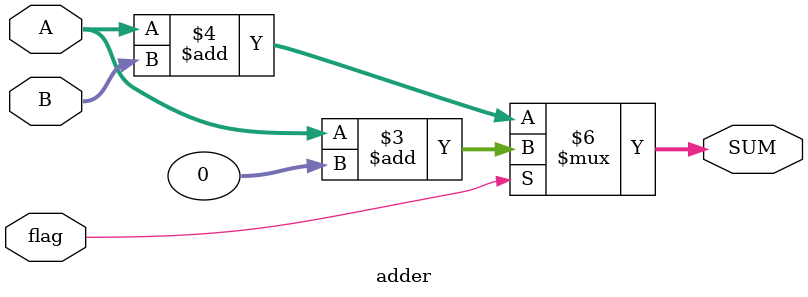
<source format=v>
`timescale 100fs/100fs

module cpu(clk, RESET);
    input clk, RESET;
    // parameter declaration
    parameter add_op = 4'b0010;
    parameter FOUR = 'b0100;
    parameter HIGH = 1'b1; parameter LOW= 1'b0;

    /* ----------IF stage---------- */
    // Wires needed in IF stage
    // inst: instruction obtained from the memory
    wire [31:0] inst, PCF, PC, PCPlus4F, PCBranchM, InstrD, PCPlus4D;
    wire [31:0] PCPlus4_delay;
    wire PCSrcM, flagF; // A control signal
    assign PCSrcM = 1'b0;
    // PC buffer
    PC_buff PB (.clk(clk),.PC_in(PC),.PC_out(PCF),.flagF(flagF));
    // Instruction fetch
    InstructionRAM IMEM(.CLOCK(clk),.RESET(RESET),.ENABLE(HIGH),.DATA(inst),.FETCH_ADDRESS(PCF>>>2));

    adder ad(.A(PCF), .B(FOUR), .SUM(PCPlus4F),.flag(flagF));
    MUX_2to1_32bits mux1(.A(PCPlus4F),.B(PCBranchM),.out(PC),.sel(PCSrcM));   
    
    regBuff_IF_ID b1(.clk(clk),.inst_in(inst),.inst_out(InstrD),
                .addr_in(PCPlus4_delay),.addr_out(PCPlus4D));
    // This buffer is used to stall for synchronizng data
    branchBuff b11(.clk(clk),.branch_in(PCPlus4F),.branch_out(PCPlus4_delay));

    /* ----------ID stage---------- */
    wire [31:0] RD1D, RD2D, SignImmD;
    wire [9:0] controlD;
    wire [4:0] signalD;
    wire [4:0] WriteRegW; // From WB
    wire [31:0] ResultW; // From WB
    
    /*
    control_in [9] RegWrite
    control_in [8] MemtoReg
    control_in [7] MemWrite
    control_in [6] Branch
    control_in [5] ALUSrc
    control_in [4] RegDst
    control_in [3:0] ALUControl
    */
    
    ControlUnit CU(.opcode(InstrD[31:26]), .funct(InstrD[5:0]), .control(controlD),
            .signal(signalD));
    
    /*
    signal[4] -> unsign
    signal[3] -> isxor
    signal[2] -> isless
    signal[1] -> shift
    signal[0] -> arithm
    */

    RegFile RF(.clk(clk), .WE3(controlW[1]), .A1(InstrD[25:21]), .A2(InstrD[20:16]),
            .A3(WriteRegW), .WD3(ResultW), .RD1(RD1D), .RD2(RD2D));

    bit_ext be(.unextend(InstrD[15:0]),.extended(SignImmD),.sign(HIGH));

    // Wires for EX stage
    //wire RegWriteE, MemtoRegE, MemWriteE, BranchE, ALUSrcE, RegDstE;
    wire [31:0] SrcAE, WriteDataE, SignImmE, PCPlus4E;
    wire [4:0] RtE, RdE, signalE, shamtE;

    wire [9:0] control_delay, controlE;
    wire [4:0] Rt_delay, Rd_delay, signal_delay, shamt_delay;
    wire [31:0] SignImm_delay, PCPlus4_delay2;

    EXBuff b22(
            //Input part
            .clk(clk), .control_in(controlD),.SignImm_in(SignImmD),
            .PCPlus4_in(PCPlus4D), .Rt_in(InstrD[20:16]), .Rd_in(InstrD[15:11]),
            .signal_in(signalD), .shamt_in(InstrD[10:6]),
            //Output part
            .control_out(control_delay),.Rt_out(Rt_delay), .Rd_out(Rd_delay),
            .PCPlus4_out(PCPlus4_delay2),.SignImm_out(SignImm_delay),
            .signal_out(signal_delay),.shamt_out(shamt_delay));

    // Register buffer, massive, isn't it?
    regBuff_ID_EX b2(
            //Input part
            .clk(clk), .control_in(control_delay),.SignImm_in(SignImm_delay),
            .PCPlus4_in(PCPlus4_delay2), .Rt_in(Rt_delay), .Rd_in(Rd_delay),
            .RD1_in(RD1D), .RD2_in(RD2D), .signal_in(signal_delay), .shamt_in(shamt_delay),
            //Output part
            .control_out(controlE), .Rt_out(RtE), .Rd_out(RdE), .SignImm_out(SignImmE),
            .PCPlus4_out(PCPlus4E),.RD1_out(SrcAE), .RD2_out(WriteDataE), 
            .signal_out(signalE), .shamt_out(shamtE)); 

    /* ----------EX stage---------- */
    // Wires needed in this stage
    wire [31:0] ALUOutE, PCBranchE, SrcBE;
    wire ZeroE;
    wire [4:0] WriteRegE;
    reg [31:0] shift_result, xor_result;

    // Operation code for some instruction
    parameter xor_op = 4'b1000;
    parameter sll_op = 4'b0011;
    parameter sllv_op = 4'b1001;
    parameter srl_op = 4'b0100;
    parameter srlv_op = 4'b1010;
    parameter sra_op = 4'b0101;
    parameter srav_op = 4'b1011;
    parameter xori_op = 4'b1101;

    /*
    control_in [9] RegWrite
    control_in [8] MemtoReg
    control_in [7] MemWrite
    control_in [6] Branch
    control_in [5] ALUSrc
    control_in [4] RegDst
    control_in [3:0] ALUControl
    */

    MUX_2to1_32bits mux2(.A(WriteDataE),.B(SignImmE),.out(SrcBE),.sel(controlE[5]));  
    MUX_2to1_5bits mux3(.A(RtE),.B(RdE),.out(WriteRegE),.sel(controlE[4])); 
    
    ALU_32bits alu3(.ALU_op(add_op),.regA(SignImmE<<2),.regB(PCPlus4E),
                .unsign(HIGH),.isless(LOW),.Result(PCBranchE));
    
    // Implementation of ALU
    always @(*) begin
        if (controlE[3:0] == xor_op)
            xor_result = SrcAE ^ SrcBE;
        else if (controlE[3:0] == xori_op)
            xor_result = SrcAE ^ SignImmE;
        else if (controlE[3:0] == sll_op)
            shift_result = WriteDataE << shamtE;
        else if (controlE[3:0] == sllv_op)
            shift_result = WriteDataE << SrcAE;
        else if (controlE[3:0] == srl_op)
            shift_result = WriteDataE >> shamtE;
        else if (controlE[3:0] == srlv_op)
            shift_result = WriteDataE >> SrcAE;
        else if (controlE[3:0] == sra_op)
            shift_result = WriteDataE >>> shamtE;
        else if (controlE[3:0] == srav_op)
            shift_result = WriteDataE >>> SrcAE;
    end

    /*
    signal[4] -> unsign
    signal[3] -> isxor
    signal[2] -> isless
    signal[1] -> shift
    signal[0] -> arithm
    */
    wire [31:0] result_alu;
    wire [2:0] flag_alu, flag_tmp, flag_out;
    ALU_32bits alu2 (.ALU_op(controlE[3:0]), .regA(SrcAE), .regB(SrcBE), .flag(flag_alu),
            .Result(result_alu), .unsign(signalE[4]), .isless(signalE[2]));

    assign ALUOutE =  (signalE[3]) ? xor_result : (signalE[1]) ? shift_result
                        : (signalE[2]) ? result_alu :result_alu;
    assign flag_tmp = (signalE[0]) ? flag_alu : {flag_alu[2],{2{1'b0}}};
    // reverse
    assign flag_out = {flag_tmp[0],flag_tmp[1],flag_tmp[2]};

    assign ZeroE = flag_out[0];

    // next, we are going to realize EX/MEM buffer
    // Control wires
    /*
    control_in [9] RegWrite
    control_in [8] MemtoReg
    control_in [7] MemWrite
    control_in [6] Branch
    control_in [5] ALUSrc
    control_in [4] RegDst
    control_in [3:0] ALUControl
    */
    wire ZeroM;
    wire [31:0] ALUOutM;
    wire [64:0] EditSerialM;
    wire [4:0] WriteRegM;
    wire [3:0] controlM;

    regBuff_Ex_MEM b3(.clk(clk), .control_in(controlE[9:6]), .Zero_in(ZeroE), 
            .ALUOut_in(ALUOutE), .WriteData_in(WriteDataE),
            .WriteReg_in(WriteRegE), .PCBranch_in(PCBranchE),
            //========================================================================
            .control_out(controlM), .Zero_out(ZeroM),
            .ALUOut_out(ALUOutM), .EditSerial_out(EditSerialM), 
            .WriteReg_out(WriteRegM), .PCBranch_out(PCBranchM));

    /* ----------MEM stage---------- */
    //reg reset = LOW;
    wire [31:0] ReadDataM, ALUOutM_delay;
    wire [1:0] controlM_delay;
    wire [4:0] WriteRegM_delay;

    //assign PCSrcM = controlM[0] & ZeroM;
    // Implementation of main memory
    MainMemory MMEM(.CLOCK(clk), .RESET(RESET), .ENABLE(HIGH), .FETCH_ADDRESS(ALUOutM>>>2),
            .EDIT_SERIAL(EditSerialM), .DATA(ReadDataM));

    MEMBuff MB(.clk(clk), .control_in(controlM[3:2]), .ALUOut_in(ALUOutM), 
            .WriteReg_in(WriteRegM), .control_out(controlM_delay),
            .ALUOut_out(ALUOutM_delay), .WriteReg_out(WriteRegM_delay));
    
    // Next, we implement MEM/WB buffer
    wire [31:0] ALUOutW, ReadDataW;
    wire [1:0] controlW;

    regBuff_MEM_WB b4(.clk(clk), .control_in(controlM_delay), .ALUOut_in(ALUOutM_delay),
            .ReadData_in(ReadDataM), .WriteReg_in(WriteRegM_delay), .ALUOut_out(ALUOutW),
            .control_out(controlW), .ReadData_out(ReadDataW), 
            .WriteReg_out(WriteRegW));

    /* ----------WB stage---------- */
    MUX_2to1_32bits mux4(.A(ALUOutW),.B(ReadDataW),.out(ResultW),.sel(controlW[0]));  

    /* ---------- Output ---------- */

endmodule

module PC_buff (
    input clk,
    input [31:0] PC_in,
    output reg [31:0] PC_out,
    output reg flagF
);
    //reg [31:0] PC_tmp = 'b0;
    reg flag = 0; reg flag2 = 1'b0;
    always @(posedge clk ) begin //#30
        if (flag == 0) begin
            PC_out <= 'b0;
            flag = 1;
        end 
        else PC_out <= PC_in;
        flag2 = ~flag2;
        flagF = flag2;
        //PC_out <= PC_tmp;
    end
endmodule

module regBuff_IF_ID (clk,inst_in,inst_out,addr_in,addr_out);
    input clk;
    input [31:0] inst_in, addr_in;
    output reg [31:0] addr_out, inst_out;

    // The tmp is used to store data and is initialized to 0
    reg [31:0] inst_tmp = 'b0;
    reg [31:0] addr_tmp = 'b0;
    integer cnt = 0;
    always @(posedge clk) begin
        if (cnt < 2) begin
            inst_out <= 32'b111111; 
            addr_out <= 'b0;          
        end 
        else begin
            if (inst_tmp == inst_in) inst_out <= 32'b111111;
            else inst_out <= inst_in;

            if (addr_tmp == addr_in) addr_out <= 'b0;
            else addr_out <= addr_in; 

            inst_tmp <= inst_in;
            addr_tmp <= addr_in;                        
        end  
        //inst_out <= inst_tmp;
        //addr_out <= addr_tmp;
        cnt = cnt + 1;
    end
endmodule

module ControlUnit (
    input [5:0] opcode, funct,
    //output reg RegWriteD,MemtoRegD,MemWriteD,BranchD,ALUSrcD,RegDstD,
    output reg [9:0] control,
    output reg [4:0] signal
);
    reg unsign = 1'b0; reg isxor = 1'b0; reg isless = 1'b0;
    reg shift = 1'b0; reg arithm = 1'b0;

    reg RegWriteD = 1'b0; reg MemtoRegD = 1'b0;
    reg MemWriteD = 1'b0; reg BranchD = 1'b0;
    reg ALUSrcD = 1'b0; reg RegDstD = 1'b0;
    reg [3:0] ALUControlD = 4'b0;

    parameter and_op = 4'b0;
    parameter or_op = 4'b0001;
    parameter add_op = 4'b0010;
    parameter sub_op = 4'b0110;
    parameter slt_op = 4'b0111;
    parameter nor_op = 4'b1100;
    parameter xor_op = 4'b1000;
    parameter xori_op = 4'b1101;

    parameter sll_op = 4'b0011;
    parameter sllv_op = 4'b1001;
    parameter srl_op = 4'b0100;
    parameter srlv_op = 4'b1010;
    parameter sra_op = 4'b0101;
    parameter srav_op = 4'b1011;
    
    always @(*) begin
        // R type instruction
        if (opcode == 6'b0) begin
            RegWriteD = 1'b1; MemtoRegD = 1'b0;
            MemWriteD = 1'b0; BranchD = 1'b0;
            ALUSrcD = 1'b0; RegDstD = 1'b1;
            // add
            if (funct == 6'b100000) begin
                ALUControlD = add_op;
                arithm = 1'b1; unsign = 1'b0; isxor = 1'b0;
                isless = 1'b0; shift = 1'b0;
                
            end
            // addu
            else if (funct == 6'b100001) begin
                ALUControlD = add_op;
                arithm = 1'b1; unsign = 1'b1; isxor = 1'b0;
                isless = 1'b0; shift = 1'b0;

            end
            // sub
            else if (funct == 6'b100010) begin
                ALUControlD = sub_op;
                arithm = 1'b1; unsign = 1'b0; isxor = 1'b0;
                isless = 1'b0; shift = 1'b0;

            end
            // subu
            else if (funct == 6'b100011) begin
                ALUControlD = sub_op;
                arithm = 1'b1; unsign = 1'b1; isxor = 1'b0;
                isless = 1'b0; shift = 1'b0;
            end
            // and
            else if (funct == 6'b100100) begin
                ALUControlD = and_op;
                arithm = 1'b0; unsign = 1'b0; isxor = 1'b0;
                isless = 1'b0; shift = 1'b0;
            end
            // or
            else if (funct == 6'b100101) begin
                ALUControlD = or_op;
                arithm = 1'b0; unsign = 1'b0; isxor = 1'b0;
                isless = 1'b0; shift = 1'b0;
            end
            // nor
            else if (funct == 6'b100111) begin
                ALUControlD = nor_op;
                arithm = 1'b0; unsign = 1'b0; isxor = 1'b0;
                isless = 1'b0; shift = 1'b0;
            end
            // xor
            else if (funct == 6'b100110) begin
                //xor_result = regA_in ^ regB_in;
                ALUControlD = xor_op; // Add or other i wish
                arithm = 1'b0; unsign = 1'b0; isxor = 1'b1;
                isless = 1'b0; shift = 1'b0;

            end
            //slt
            else if (funct == 6'b101010) begin
                ALUControlD = slt_op;
                arithm = 1'b1; unsign = 1'b0; isxor = 1'b0;
                isless = 1'b1; shift = 1'b0;
            end
            // sltu
            else if (funct == 6'b101011) begin
                ALUControlD = slt_op;
                arithm = 1'b1; unsign = 1'b1; isxor = 1'b0;
                isless = 1'b1; shift = 1'b0;
            end
            // sll
            else if (funct == 6'b0) begin
                // shift_result = regB_in << shamt;
                ALUControlD = sll_op;
                arithm = 1'b0; unsign = 1'b1; isxor = 1'b0;
                isless = 1'b0; shift = 1'b1;
            end
            // sllv
            else if (funct == 6'b000100) begin
                ALUControlD = sllv_op; // r
                arithm = 1'b0; unsign = 1'b1; isxor = 1'b0;
                isless = 1'b0; shift = 1'b1;
            end
            // srl
            else if (funct == 6'b000010) begin
                //shift_result = regB_in >> shamt;
                ALUControlD = srl_op; // r
                arithm = 1'b0; unsign = 1'b1; isxor = 1'b0;
                isless = 1'b0; shift = 1'b1;
                
            end
            // srlv
            else if (funct == 6'b000110) begin
                //shift_result = regB_in >> regA_in;
                ALUControlD = srlv_op; // r
                arithm = 1'b0; unsign = 1'b1; isxor = 1'b0;
                isless = 1'b0; shift = 1'b1;
            end
            // sra
            else if (funct == 6'b000011) begin
                //shift_result = regB_in >>> shamt;
                ALUControlD = sra_op; // r
                arithm = 1'b0; unsign = 1'b0; isxor = 1'b0;
                isless = 1'b0; shift = 1'b1;
            end
            // srav
            else if (funct == 6'b000111) begin
                //shift_result = regB_in >>> regA_in;
                ALUControlD = srav_op; // r
                arithm = 1'b0; unsign = 1'b0; isxor = 1'b0;
                isless = 1'b0; shift = 1'b1;
            end
            // jalr
            else if (funct == 6'b001001) begin
                ALUControlD = sll_op;
                RegWriteD = 1'b0;
                RegDstD = 1'b0;
                arithm = 1'b0; unsign = 1'b0; isxor = 1'b0;
                isless = 1'b0; shift = 1'b0;
            end
            // jr
            else if (funct == 6'b001000) begin
                ALUControlD = sll_op;
                RegWriteD = 1'b0;
                RegDstD = 1'b0;
                arithm = 1'b0; unsign = 1'b0; isxor = 1'b0;
                isless = 1'b0; shift = 1'b0;
            end
            // INVALID
            else if (funct == 6'b111111) begin
                ALUControlD = 4'b0;
                RegWriteD = 1'b0;
                RegDstD = 1'b0;
                arithm = 1'b0; unsign = 1'b0; isxor = 1'b0;
                isless = 1'b0; shift = 1'b0;
            end
            

        end
        // I instructions
        // addi
        else if (opcode == 6'b001000) begin
            //regB_in = {{16{imm[15]}}, imm};
            ALUControlD = add_op;
            RegWriteD = 1'b1; MemtoRegD = 1'b0;
            MemWriteD = 1'b0; BranchD = 1'b0;
            ALUSrcD = 1'b1; RegDstD = 1'b0;
            arithm = 1'b1; unsign = 1'b0; isxor = 1'b0;
            isless = 1'b0; shift = 1'b0;
        end
        // addiu
        else if (opcode == 6'b001001) begin
            //regB_in = {{16{1'b0}}, imm};
            ALUControlD = add_op;
            RegWriteD = 1'b1; MemtoRegD = 1'b0;
            MemWriteD = 1'b0; BranchD = 1'b0;
            ALUSrcD = 1'b1; RegDstD = 1'b0;
            arithm = 1'b1; unsign = 1'b1; isxor = 1'b0;
            isless = 1'b0; shift = 1'b0;
        end
        // andi
        else if (opcode == 6'b001100) begin
            //regB_in = {{16{imm[15]}}, imm};
            ALUControlD = and_op;
            RegWriteD = 1'b1; MemtoRegD = 1'b0;
            MemWriteD = 1'b0; BranchD = 1'b0;
            ALUSrcD = 1'b1; RegDstD = 1'b0;
            arithm = 1'b0; unsign = 1'b0; isxor = 1'b0;
            isless = 1'b0; shift = 1'b0;
        end
        // ori
        else if (opcode == 6'b001101) begin
            //regB_in = {{16{imm[15]}}, imm};
            ALUControlD = or_op;
            RegWriteD = 1'b1; MemtoRegD = 1'b0;
            MemWriteD = 1'b0; BranchD = 1'b0;
            ALUSrcD = 1'b1; RegDstD = 1'b0;
            arithm = 1'b0; unsign = 1'b0; isxor = 1'b0;
            isless = 1'b0; shift = 1'b0;
        end
        // xori
        else if (opcode == 6'b001110) begin
            //isxor = 1'b1;
            //regB_in = {{16{imm[15]}}, imm};
            //xor_result = regA_in ^ regB_in;
            ALUControlD = xori_op; // Add or other i wish
            RegWriteD = 1'b1; MemtoRegD = 1'b0;
            MemWriteD = 1'b0; BranchD = 1'b0;
            ALUSrcD = 1'b1; RegDstD = 1'b0;
            arithm = 1'b0; unsign = 1'b0; isxor = 1'b1;
            isless = 1'b0; shift = 1'b0;
        end
        // beq + bne
        else if (opcode == 6'b000100 || opcode == 6'b000101) begin
            //arithm = 1'b1;
            ALUControlD = sub_op;
            RegWriteD = 1'b0; MemtoRegD = 1'b0;
            MemWriteD = 1'b0; BranchD = 1'b1;
            ALUSrcD = 1'b0; RegDstD = 1'b0;
            arithm = 1'b1; unsign = 1'b0; isxor = 1'b0;
            isless = 1'b0; shift = 1'b0;
        end
        // slti
        else if (opcode == 6'b001010) begin
            //regB_in = {{16{imm[15]}}, imm};
            ALUControlD = sub_op;
            RegWriteD = 1'b1; MemtoRegD = 1'b0;
            MemWriteD = 1'b0; BranchD = 1'b0;
            ALUSrcD = 1'b1; RegDstD = 1'b0;
            arithm = 1'b1; unsign = 1'b0; isxor = 1'b0;
            isless = 1'b1; shift = 1'b0;
        end
        // sltiu
        else if (opcode == 6'b001011) begin
            //regB_in = {{16{1'b0}}, imm};
            ALUControlD = sub_op;

            RegWriteD = 1'b1; MemtoRegD = 1'b0;
            MemWriteD = 1'b0; BranchD = 1'b0;
            ALUSrcD = 1'b1; RegDstD = 1'b0;
            arithm = 1'b1; unsign = 1'b1; isxor = 1'b0;
            isless = 1'b1; shift = 1'b0;
        end
        // lw
        else if (opcode == 6'b100011) begin
            //regB_in = {{16{imm[15]}}, imm};
            ALUControlD = add_op;
            RegWriteD = 1'b1; MemtoRegD = 1'b1;
            MemWriteD = 1'b0; BranchD = 1'b0;
            ALUSrcD = 1'b1; RegDstD = 1'b0;
            arithm = 1'b0; unsign = 1'b0; isxor = 1'b0;
            isless = 1'b0; shift = 1'b0;
        end
        // sw
        else if (opcode == 6'b101011) begin
            //regB_in = {{16{imm[15]}}, imm};
            ALUControlD = add_op;
            RegWriteD = 1'b0; MemtoRegD = 1'b1;
            MemWriteD = 1'b1; BranchD = 1'b0;
            ALUSrcD = 1'b1; RegDstD = 1'b0;
            arithm = 1'b0; unsign = 1'b0; isxor = 1'b0;
            isless = 1'b0; shift = 1'b0;
        end
        // j
        else if (opcode == 6'b000010) begin
            ALUControlD = sll_op;
            RegWriteD = 1'b0; MemtoRegD = 1'b1;
            MemWriteD = 1'b0; BranchD = 1'b0;
            ALUSrcD = 1'b1; RegDstD = 1'b0;
            arithm = 1'b0; unsign = 1'b0; isxor = 1'b0;
            isless = 1'b0; shift = 1'b0;
        end

        signal = {unsign,isxor,isless,shift,arithm};
        control = {RegWriteD,MemtoRegD,MemWriteD,BranchD,ALUSrcD,
                RegDstD,ALUControlD};
    end

    /*
    signal[4] -> unsign
    signal[3] -> isxor
    signal[2] -> isless
    signal[1] -> shift
    signal[0] -> arithm
    */

endmodule

module RegFile (
    input clk, WE3,
    input [4:0] A1,A2,A3,
    input [31:0] WD3,
    output reg [31:0] RD1, RD2
);
    reg [31:0] zero = 'b0; reg [31:0] at = 'b0; reg [31:0] v0 = 'b0;
    reg [31:0] v1 = 'b0; reg [31:0] a0 = 'b0; reg [31:0] a1 = 'b0;
    reg [31:0] a2 = 'b0; reg [31:0] a3 = 'b0; reg [31:0] t0 = 'b0;
    reg [31:0] t1 = 'b0; reg [31:0] t2 = 'b0; reg [31:0] t3 = 'b0;
    reg [31:0] t4 = 'b0; reg [31:0] t5 = 'b0; reg [31:0] t6 = 'b0;
    reg [31:0] t7 = 'b0; reg [31:0] s0 = 'b0; reg [31:0] s1 = 'b0;
    reg [31:0] s2 = 'b0; reg [31:0] s3 = 'b0; reg [31:0] s4 = 'b0;
    reg [31:0] s5 = 'b0; reg [31:0] s6 = 'b0; reg [31:0] s7 = 'b0;
    reg [31:0] t8 = 'b0; reg [31:0] t9 = 'b0; reg [31:0] k0 = 'b0;
    reg [31:0] k1 = 'b0; reg [31:0] gp = 'b0; reg [31:0] sp = 'b0;
    reg [31:0] fp = 'b0; reg [31:0] ra = 'b0;

    always @(posedge clk ) begin
        // To achieve the functionality, we use = rather than <=
        if (WE3 == 1'b1) begin
        case(A3)
        5'b0: ; // we cannot write zero reg
        5'b1: at = WD3;
        5'b10: v0 = WD3;
        5'b11: v1 = WD3;
        5'b100: a0 = WD3;
        5'b101: a1 = WD3;
        5'b110: a2 = WD3;
        5'b111: a3 = WD3;
        5'b1000: t0 = WD3;
        5'b1001: t1 = WD3;
        5'b1010: t2 = WD3;
        5'b1011: t3 = WD3;
        5'b1100: t4 = WD3;
        5'b1101: t5 = WD3;
        5'b1110: t6 = WD3;
        5'b1111: t7 = WD3;
        5'b10000: s0 = WD3;
        5'b10001: s1 = WD3;
        5'b10010: s2 = WD3;
        5'b10011: s3 = WD3;
        5'b10100: s4 = WD3;
        5'b10101: s5 = WD3;
        5'b10110: s6 = WD3;
        5'b10111: s7 = WD3;
        5'b11000: t8 = WD3;
        5'b11001: t9 = WD3;
        5'b11010: k0 = WD3;
        5'b11011: k1 = WD3;
        5'b11100: gp = WD3;
        5'b11101: sp = WD3;
        5'b11110: fp = WD3;
        5'b11111: ra = WD3;
        // default: ;
        endcase
        end

        case(A1)
        5'b0: RD1 = zero;
        5'b1: RD1 = at;
        5'b10: RD1 = v0;
        5'b11: RD1 = v1;
        5'b100: RD1 = a0;
        5'b101: RD1 = a1;
        5'b110: RD1 = a2;
        5'b111: RD1 = a3;
        5'b1000: RD1 = t0;
        5'b1001: RD1 = t1;
        5'b1010: RD1 = t2;
        5'b1011: RD1 = t3;
        5'b1100: RD1 = t4;
        5'b1101: RD1 = t5;
        5'b1110: RD1 = t6;
        5'b1111: RD1 = t7;
        5'b10000: RD1 = s0;
        5'b10001: RD1 = s1;
        5'b10010: RD1 = s2;
        5'b10011: RD1 = s3;
        5'b10100: RD1 = s4;
        5'b10101: RD1 = s5;
        5'b10110: RD1 = s6;
        5'b10111: RD1 = s7;
        5'b11000: RD1 = t8;
        5'b11001: RD1 = t9;
        5'b11010: RD1 = k0;
        5'b11011: RD1 = k1;
        5'b11100: RD1 = gp;
        5'b11101: RD1 = sp;
        5'b11110: RD1 = fp;
        5'b11111: RD1 = ra;
        default: RD1 = 'b0;
        endcase

        case(A2)
        5'b0: RD2 = zero;
        5'b1: RD2 = at;
        5'b10: RD2 = v0;
        5'b11: RD2 = v1;
        5'b100: RD2 = a0;
        5'b101: RD2 = a1;
        5'b110: RD2 = a2;
        5'b111: RD2 = a3;
        5'b1000: RD2 = t0;
        5'b1001: RD2 = t1;
        5'b1010: RD2 = t2;
        5'b1011: RD2 = t3;
        5'b1100: RD2 = t4;
        5'b1101: RD2 = t5;
        5'b1110: RD2 = t6;
        5'b1111: RD2 = t7;
        5'b10000: RD2 = s0;
        5'b10001: RD2 = s1;
        5'b10010: RD2 = s2;
        5'b10011: RD2 = s3;
        5'b10100: RD2 = s4;
        5'b10101: RD2 = s5;
        5'b10110: RD2 = s6;
        5'b10111: RD2 = s7;
        5'b11000: RD2 = t8;
        5'b11001: RD2 = t9;
        5'b11010: RD2 = k0;
        5'b11011: RD2 = k1;
        5'b11100: RD2 = gp;
        5'b11101: RD2 = sp;
        5'b11110: RD2 = fp;
        5'b11111: RD2 = ra;
        default: RD2 = 'b0;
        endcase
    end
endmodule

module regBuff_ID_EX (clk,control_in,control_out,SignImm_in,Rt_in,
                Rd_in,Rt_out,Rd_out,SignImm_out,PCPlus4_in,PCPlus4_out,
                RD1_in,RD1_out,RD2_in,RD2_out,signal_in,signal_out,
                shamt_in,shamt_out);

    input clk;
    /*
    control_in [9] RegWrite
    control_in [8] MemtoReg
    control_in [7] MemWrite
    control_in [6] Branch
    control_in [5] ALUSrc
    control_in [4] RegDst
    control_in [3:0] ALUControl
    */
    input [9:0] control_in;
    input [4:0] Rt_in ,Rd_in, signal_in, shamt_in;
    input [31:0] SignImm_in, PCPlus4_in, RD1_in, RD2_in;
    output reg [9:0] control_out;
    output reg [4:0] Rt_out, Rd_out, signal_out, shamt_out;
    output reg [31:0] SignImm_out, PCPlus4_out, RD1_out, RD2_out;

    integer cnt = 0;

    always @(posedge clk ) begin
        if (cnt < 4) begin
            control_out <= 10'b0;
            Rt_out <= 5'b0; Rd_out <= 5'b0;
            signal_out <= 5'b0; shamt_out <= 5'b0;
            SignImm_out <= 'b0; PCPlus4_out <= 'b0;
            RD1_out <= 'b0; RD2_out <= 'b0;
        end
        else begin
            control_out <= control_in;
            Rt_out <= Rt_in; Rd_out <= Rd_in;
            SignImm_out <= SignImm_in;
            PCPlus4_out <= PCPlus4_in;
            RD1_out <= RD1_in; RD2_out <= RD2_in;
            shamt_out <= shamt_in;
            signal_out <= signal_in;
        end     
        cnt = cnt + 1;
    end  
endmodule

module MUX_2to1_5bits(A, B, sel, out);
    // sel = 0 -> A
    // sel = 1 -> B
    input [4:0] A,B;
    input sel;
    output [4:0] out;
    assign out = sel ? B : A;
endmodule

module regBuff_Ex_MEM (clk, control_in, control_out, Zero_in, Zero_out, ALUOut_in,
             ALUOut_out, WriteData_in, EditSerial_out, WriteReg_in,
             WriteReg_out, PCBranch_in, PCBranch_out);
    /*
    control_in[3] -> RegWrite
    control_in[2] -> MemtoReg
    control_in[1] -> MemWrite
    control_in[0] -> BranchM
    */
    input [3:0] control_in;
    input Zero_in, clk;
    input [31:0] ALUOut_in, WriteData_in , PCBranch_in;
    input [4:0] WriteReg_in;
    output reg [3:0] control_out; 
    output reg Zero_out;
    output reg [64:0] EditSerial_out;
    output reg [31:0] ALUOut_out, PCBranch_out;
    output reg [4:0] WriteReg_out;

    integer cnt = 0;
    always @(posedge clk ) begin
        if (cnt < 5) begin
            control_out = 4'b0; Zero_out = 1'b0;
            ALUOut_out = 'b0; EditSerial_out = 65'b0;
            PCBranch_out = 'b0; WriteReg_out = 5'b0;
        end
        else begin
            control_out <= control_in;
            Zero_out <= Zero_in;
            ALUOut_out <= ALUOut_in;
            EditSerial_out = {control_in[1],ALUOut_in>>>2,WriteData_in};
            PCBranch_out <= PCBranch_in;
            WriteReg_out <= WriteReg_in;
        end       
        cnt = cnt + 1;
    end
    
endmodule

module regBuff_MEM_WB (clk, control_in, control_out, ALUOut_in, ALUOut_out,
              ReadData_in, ReadData_out, WriteReg_in, WriteReg_out);
    /*
    control_in[1] -> RegWrite
    control_in[0] -> MemtoReg
    */
    input clk;
    input [1:0] control_in;
    input [31:0] ALUOut_in, ReadData_in;
    input [4:0] WriteReg_in;
    output reg [1:0] control_out;
    output reg [31:0] ALUOut_out, ReadData_out;
    output reg [4:0] WriteReg_out;

    integer cnt = 0;
    always @(posedge clk ) begin
        if (cnt < 7) begin
            control_out <= 2'b0;
            ALUOut_out <= 'b0;
            ReadData_out <= 'b0;
            WriteReg_out <= 'b0;
        end
        else begin
            control_out <= control_in;
            ALUOut_out <= ALUOut_in;
            ReadData_out <= ReadData_in;
            WriteReg_out <= WriteReg_in;
        end        
        cnt = cnt + 1;
    end
endmodule

module branchBuff (
    input clk,
    input [31:0] branch_in,
    output reg [31:0] branch_out
);

    always @(posedge clk ) begin
        branch_out <= branch_in;
    end
endmodule

module EXBuff (
    input clk,
    input [9:0] control_in,
    input [4:0] Rt_in, Rd_in, signal_in, shamt_in,
    input [31:0] SignImm_in, PCPlus4_in,
    output reg [9:0] control_out,
    output reg [4:0] Rt_out, Rd_out, signal_out, shamt_out,
    output reg [31:0] SignImm_out, PCPlus4_out
);
    integer cnt = 0;

    always @(posedge clk ) begin
        if (cnt < 3) begin
            control_out <= 10'b0;
            Rt_out <= 5'b0; Rd_out <= 5'b0; 
            SignImm_out <= 'b0;
            PCPlus4_out <= 'b0;
            signal_out <= 5'b0;
            shamt_out <= 5'b0;
        end
        else begin
            control_out <= control_in;
            Rt_out <= Rt_in; Rd_out <= Rd_in;
            SignImm_out <= SignImm_in;
            PCPlus4_out <= PCPlus4_in;
            signal_out <= signal_in;
            shamt_out <= shamt_in;
        end
        cnt = cnt + 1;
    end
endmodule

module MEMBuff (
    input clk,
    input [1:0] control_in,
    input [31:0] ALUOut_in,
    input [4:0] WriteReg_in,
    output reg [1:0] control_out,
    output reg [31:0] ALUOut_out,
    output reg [4:0] WriteReg_out
);
    integer cnt = 0;
    always @(posedge clk ) begin
        if (cnt < 6) begin
            control_out <= 2'b0;
            ALUOut_out <= 'b0;
            WriteReg_out <= 5'b0;
        end
        else begin
            control_out <= control_in;
            ALUOut_out <= ALUOut_in;
            WriteReg_out <= WriteReg_in;
        end
        cnt = cnt + 1;
    end
endmodule

module adder (
    input flag,
    input [31:0] A,B,
    output reg [31:0] SUM   
);
    always @(*) begin
        if(flag == 1'b1) SUM = A + 'b0;
        else SUM = A+B;           
    end 
endmodule
</source>
